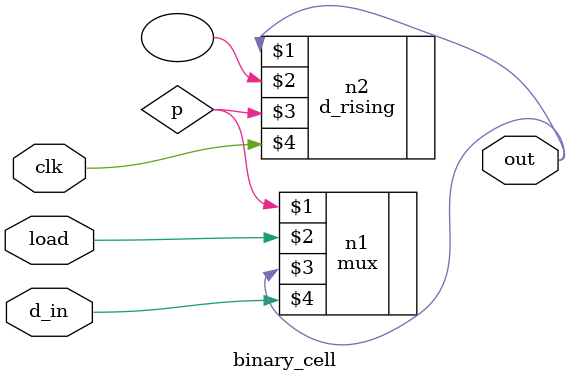
<source format=v>
module binary_cell(out,load,d_in,clk);
input load,d_in,clk;
output out;
wire p;

mux n1(p,load,out,d_in);
d_rising n2(out,,p,clk);

endmodule
//test


</source>
